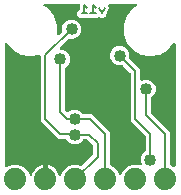
<source format=gbr>
G04 EAGLE Gerber RS-274X export*
G75*
%MOMM*%
%FSLAX34Y34*%
%LPD*%
%INBottom Copper*%
%IPPOS*%
%AMOC8*
5,1,8,0,0,1.08239X$1,22.5*%
G01*
%ADD10C,0.127000*%
%ADD11C,1.879600*%
%ADD12C,1.016000*%
%ADD13C,0.203200*%

G36*
X101715Y16218D02*
X101715Y16218D01*
X101828Y16228D01*
X101855Y16239D01*
X101884Y16243D01*
X101988Y16289D01*
X102093Y16330D01*
X102117Y16348D01*
X102144Y16360D01*
X102230Y16433D01*
X102320Y16502D01*
X102338Y16525D01*
X102360Y16544D01*
X102402Y16611D01*
X102490Y16729D01*
X102512Y16788D01*
X102538Y16829D01*
X103748Y19751D01*
X107249Y23252D01*
X111824Y25147D01*
X116776Y25147D01*
X118264Y24530D01*
X118292Y24523D01*
X118318Y24510D01*
X118430Y24488D01*
X118539Y24459D01*
X118569Y24460D01*
X118597Y24455D01*
X118710Y24464D01*
X118823Y24468D01*
X118851Y24476D01*
X118881Y24479D01*
X118986Y24520D01*
X119094Y24554D01*
X119119Y24570D01*
X119146Y24581D01*
X119236Y24649D01*
X119330Y24712D01*
X119349Y24735D01*
X119373Y24753D01*
X119441Y24843D01*
X119513Y24930D01*
X119525Y24957D01*
X119543Y24980D01*
X119583Y25086D01*
X119629Y25190D01*
X119633Y25219D01*
X119643Y25246D01*
X119652Y25359D01*
X119668Y25471D01*
X119664Y25500D01*
X119666Y25530D01*
X119648Y25606D01*
X119627Y25753D01*
X119601Y25810D01*
X119590Y25857D01*
X118871Y27593D01*
X118871Y30827D01*
X120109Y33815D01*
X122433Y36138D01*
X122553Y36210D01*
X122554Y36211D01*
X122556Y36212D01*
X122651Y36314D01*
X122748Y36416D01*
X122749Y36418D01*
X122750Y36419D01*
X122814Y36544D01*
X122879Y36669D01*
X122879Y36671D01*
X122880Y36672D01*
X122882Y36687D01*
X122934Y36948D01*
X122931Y36979D01*
X122935Y37003D01*
X122935Y48696D01*
X122923Y48782D01*
X122920Y48870D01*
X122903Y48922D01*
X122895Y48977D01*
X122860Y49057D01*
X122833Y49140D01*
X122805Y49180D01*
X122779Y49237D01*
X122683Y49350D01*
X122638Y49414D01*
X112914Y59138D01*
X112913Y59138D01*
X110235Y61816D01*
X110235Y102036D01*
X110223Y102122D01*
X110220Y102210D01*
X110203Y102262D01*
X110195Y102317D01*
X110160Y102397D01*
X110158Y102402D01*
X110150Y102434D01*
X110145Y102442D01*
X110133Y102480D01*
X110105Y102520D01*
X110079Y102577D01*
X110032Y102633D01*
X110004Y102679D01*
X109965Y102716D01*
X109938Y102754D01*
X103728Y108963D01*
X103727Y108964D01*
X103726Y108966D01*
X103614Y109049D01*
X103501Y109134D01*
X103500Y109135D01*
X103498Y109136D01*
X103368Y109185D01*
X103236Y109235D01*
X103234Y109235D01*
X103232Y109236D01*
X103090Y109247D01*
X102952Y109259D01*
X102951Y109259D01*
X102949Y109259D01*
X102933Y109255D01*
X102755Y109219D01*
X99475Y109219D01*
X96487Y110457D01*
X94201Y112743D01*
X92963Y115731D01*
X92963Y118965D01*
X94201Y121953D01*
X96487Y124239D01*
X99475Y125477D01*
X102709Y125477D01*
X105697Y124239D01*
X107983Y121953D01*
X109221Y118965D01*
X109221Y115678D01*
X109186Y115543D01*
X109186Y115541D01*
X109185Y115540D01*
X109190Y115401D01*
X109194Y115259D01*
X109194Y115257D01*
X109194Y115255D01*
X109237Y115124D01*
X109280Y114988D01*
X109281Y114987D01*
X109282Y114985D01*
X109291Y114972D01*
X109439Y114752D01*
X109462Y114732D01*
X109477Y114712D01*
X118365Y105824D01*
X118365Y97219D01*
X118381Y97105D01*
X118391Y96991D01*
X118401Y96965D01*
X118405Y96938D01*
X118452Y96833D01*
X118493Y96726D01*
X118509Y96704D01*
X118521Y96678D01*
X118595Y96591D01*
X118664Y96499D01*
X118687Y96482D01*
X118704Y96461D01*
X118800Y96398D01*
X118892Y96329D01*
X118918Y96319D01*
X118941Y96304D01*
X119051Y96269D01*
X119158Y96229D01*
X119186Y96226D01*
X119212Y96218D01*
X119327Y96215D01*
X119441Y96206D01*
X119466Y96211D01*
X119496Y96211D01*
X119753Y96278D01*
X119769Y96281D01*
X121573Y97029D01*
X124807Y97029D01*
X127795Y95791D01*
X130081Y93505D01*
X131319Y90517D01*
X131319Y87283D01*
X130081Y84295D01*
X127757Y81972D01*
X127637Y81900D01*
X127636Y81899D01*
X127634Y81898D01*
X127539Y81796D01*
X127442Y81694D01*
X127441Y81692D01*
X127440Y81691D01*
X127376Y81566D01*
X127311Y81441D01*
X127311Y81439D01*
X127310Y81438D01*
X127308Y81423D01*
X127256Y81162D01*
X127259Y81131D01*
X127255Y81107D01*
X127255Y69414D01*
X127267Y69328D01*
X127270Y69240D01*
X127287Y69188D01*
X127295Y69133D01*
X127330Y69053D01*
X127357Y68970D01*
X127385Y68930D01*
X127411Y68873D01*
X127507Y68760D01*
X127552Y68696D01*
X143765Y52484D01*
X143765Y25167D01*
X143765Y25165D01*
X143765Y25164D01*
X143785Y25025D01*
X143805Y24885D01*
X143805Y24884D01*
X143805Y24882D01*
X143865Y24750D01*
X143921Y24626D01*
X143922Y24625D01*
X143922Y24623D01*
X144016Y24513D01*
X144104Y24409D01*
X144106Y24408D01*
X144107Y24407D01*
X144120Y24399D01*
X144341Y24251D01*
X144370Y24242D01*
X144391Y24229D01*
X146931Y23177D01*
X147043Y23148D01*
X147152Y23114D01*
X147180Y23113D01*
X147207Y23106D01*
X147321Y23109D01*
X147436Y23106D01*
X147463Y23113D01*
X147491Y23114D01*
X147600Y23149D01*
X147711Y23178D01*
X147735Y23192D01*
X147762Y23201D01*
X147857Y23265D01*
X147956Y23323D01*
X147975Y23344D01*
X147998Y23359D01*
X148072Y23447D01*
X148150Y23531D01*
X148163Y23555D01*
X148181Y23577D01*
X148227Y23681D01*
X148280Y23784D01*
X148284Y23808D01*
X148296Y23836D01*
X148333Y24100D01*
X148335Y24115D01*
X148335Y127167D01*
X148325Y127240D01*
X148325Y127314D01*
X148305Y127380D01*
X148295Y127449D01*
X148265Y127516D01*
X148245Y127586D01*
X148208Y127645D01*
X148179Y127708D01*
X148132Y127764D01*
X148092Y127826D01*
X148040Y127872D01*
X147996Y127925D01*
X147934Y127966D01*
X147879Y128015D01*
X147817Y128044D01*
X147759Y128083D01*
X147689Y128105D01*
X147622Y128136D01*
X147554Y128148D01*
X147488Y128168D01*
X147414Y128170D01*
X147342Y128182D01*
X147273Y128174D01*
X147204Y128176D01*
X147133Y128157D01*
X147059Y128148D01*
X146996Y128121D01*
X146929Y128104D01*
X146865Y128066D01*
X146798Y128038D01*
X146753Y127999D01*
X146684Y127959D01*
X146600Y127869D01*
X146542Y127820D01*
X141756Y122115D01*
X134851Y118129D01*
X127000Y116745D01*
X119149Y118129D01*
X112245Y122115D01*
X107120Y128222D01*
X104393Y135714D01*
X104393Y143686D01*
X107120Y151178D01*
X112244Y157285D01*
X115459Y159141D01*
X115474Y159153D01*
X115492Y159161D01*
X115586Y159240D01*
X115683Y159316D01*
X115694Y159332D01*
X115709Y159345D01*
X115778Y159447D01*
X115849Y159546D01*
X115856Y159565D01*
X115867Y159581D01*
X115904Y159699D01*
X115946Y159814D01*
X115947Y159834D01*
X115953Y159852D01*
X115956Y159975D01*
X115964Y160098D01*
X115959Y160117D01*
X115960Y160136D01*
X115929Y160255D01*
X115902Y160375D01*
X115893Y160393D01*
X115888Y160411D01*
X115826Y160517D01*
X115767Y160625D01*
X115753Y160639D01*
X115743Y160656D01*
X115653Y160740D01*
X115567Y160827D01*
X115550Y160837D01*
X115536Y160850D01*
X115426Y160906D01*
X115319Y160966D01*
X115300Y160971D01*
X115282Y160980D01*
X115210Y160992D01*
X115042Y161031D01*
X114991Y161029D01*
X114951Y161035D01*
X92415Y161035D01*
X92337Y161024D01*
X92258Y161023D01*
X92197Y161004D01*
X92134Y160995D01*
X92061Y160963D01*
X91986Y160940D01*
X91932Y160905D01*
X91874Y160879D01*
X91814Y160828D01*
X91748Y160785D01*
X91706Y160737D01*
X91657Y160696D01*
X91613Y160630D01*
X91562Y160570D01*
X91535Y160512D01*
X91500Y160459D01*
X91476Y160383D01*
X91443Y160312D01*
X91433Y160249D01*
X91414Y160188D01*
X91412Y160109D01*
X91400Y160031D01*
X91408Y159976D01*
X91407Y159904D01*
X91440Y159776D01*
X91452Y159699D01*
X92242Y157328D01*
X89421Y151686D01*
X89395Y151607D01*
X89366Y151553D01*
X88988Y150419D01*
X88896Y150351D01*
X88791Y150279D01*
X88782Y150267D01*
X88769Y150258D01*
X88728Y150202D01*
X88611Y150059D01*
X88597Y150025D01*
X87459Y149646D01*
X87384Y149609D01*
X87326Y149591D01*
X86257Y149056D01*
X86143Y149073D01*
X86018Y149096D01*
X86003Y149095D01*
X85988Y149097D01*
X85920Y149086D01*
X85736Y149068D01*
X85701Y149054D01*
X84628Y149591D01*
X84549Y149617D01*
X84495Y149646D01*
X83670Y149921D01*
X83564Y149941D01*
X83459Y149967D01*
X83425Y149966D01*
X83390Y149972D01*
X83283Y149962D01*
X83175Y149958D01*
X83142Y149947D01*
X83108Y149944D01*
X83007Y149904D01*
X82904Y149871D01*
X82879Y149853D01*
X82844Y149838D01*
X82674Y149706D01*
X82631Y149676D01*
X82307Y149351D01*
X67195Y149351D01*
X65037Y151509D01*
X65037Y154561D01*
X67028Y156551D01*
X67080Y156621D01*
X67140Y156685D01*
X67165Y156735D01*
X67199Y156779D01*
X67230Y156860D01*
X67270Y156938D01*
X67277Y156986D01*
X67300Y157044D01*
X67312Y157192D01*
X67325Y157269D01*
X67325Y160020D01*
X67317Y160078D01*
X67318Y160136D01*
X67297Y160218D01*
X67285Y160302D01*
X67261Y160355D01*
X67247Y160411D01*
X67203Y160484D01*
X67169Y160561D01*
X67131Y160606D01*
X67101Y160656D01*
X67040Y160714D01*
X66985Y160778D01*
X66937Y160810D01*
X66894Y160850D01*
X66819Y160889D01*
X66749Y160936D01*
X66693Y160953D01*
X66641Y160980D01*
X66573Y160991D01*
X66478Y161021D01*
X66378Y161024D01*
X66310Y161035D01*
X37449Y161035D01*
X37429Y161033D01*
X37410Y161035D01*
X37289Y161013D01*
X37167Y160995D01*
X37149Y160987D01*
X37130Y160984D01*
X37020Y160929D01*
X36908Y160879D01*
X36893Y160867D01*
X36875Y160858D01*
X36784Y160775D01*
X36691Y160696D01*
X36680Y160679D01*
X36665Y160666D01*
X36601Y160561D01*
X36533Y160459D01*
X36527Y160440D01*
X36517Y160424D01*
X36484Y160305D01*
X36447Y160188D01*
X36447Y160168D01*
X36442Y160149D01*
X36443Y160027D01*
X36440Y159904D01*
X36445Y159885D01*
X36445Y159865D01*
X36481Y159747D01*
X36512Y159629D01*
X36522Y159612D01*
X36528Y159593D01*
X36594Y159490D01*
X36657Y159384D01*
X36671Y159371D01*
X36682Y159354D01*
X36739Y159308D01*
X36864Y159190D01*
X36910Y159166D01*
X36941Y159141D01*
X40156Y157285D01*
X45280Y151178D01*
X48007Y143686D01*
X48007Y135708D01*
X48011Y135679D01*
X48008Y135650D01*
X48031Y135539D01*
X48047Y135427D01*
X48059Y135400D01*
X48064Y135371D01*
X48116Y135271D01*
X48163Y135167D01*
X48182Y135145D01*
X48195Y135119D01*
X48273Y135037D01*
X48346Y134950D01*
X48371Y134934D01*
X48391Y134913D01*
X48489Y134855D01*
X48583Y134793D01*
X48611Y134784D01*
X48636Y134769D01*
X48746Y134741D01*
X48854Y134707D01*
X48884Y134706D01*
X48912Y134699D01*
X49025Y134702D01*
X49138Y134700D01*
X49167Y134707D01*
X49196Y134708D01*
X49304Y134743D01*
X49413Y134771D01*
X49439Y134786D01*
X49467Y134795D01*
X49530Y134841D01*
X49658Y134917D01*
X49701Y134962D01*
X49740Y134990D01*
X51813Y137064D01*
X51814Y137065D01*
X51816Y137066D01*
X51903Y137182D01*
X51984Y137291D01*
X51985Y137292D01*
X51986Y137294D01*
X52035Y137425D01*
X52085Y137556D01*
X52085Y137558D01*
X52086Y137560D01*
X52097Y137702D01*
X52109Y137840D01*
X52109Y137841D01*
X52109Y137843D01*
X52105Y137859D01*
X52069Y138037D01*
X52069Y141317D01*
X53307Y144305D01*
X55593Y146591D01*
X58581Y147829D01*
X61815Y147829D01*
X64803Y146591D01*
X67089Y144305D01*
X68327Y141317D01*
X68327Y138083D01*
X67089Y135095D01*
X64803Y132809D01*
X61815Y131571D01*
X58528Y131571D01*
X58393Y131606D01*
X58391Y131606D01*
X58390Y131607D01*
X58251Y131602D01*
X58109Y131598D01*
X58107Y131598D01*
X58105Y131598D01*
X57974Y131555D01*
X57838Y131512D01*
X57837Y131511D01*
X57835Y131510D01*
X57822Y131501D01*
X57602Y131353D01*
X57582Y131330D01*
X57562Y131315D01*
X50408Y124162D01*
X50391Y124138D01*
X50368Y124119D01*
X50305Y124025D01*
X50237Y123935D01*
X50227Y123907D01*
X50211Y123883D01*
X50176Y123775D01*
X50136Y123669D01*
X50134Y123640D01*
X50125Y123612D01*
X50122Y123498D01*
X50113Y123386D01*
X50118Y123357D01*
X50118Y123328D01*
X50146Y123218D01*
X50168Y123107D01*
X50182Y123081D01*
X50189Y123053D01*
X50247Y122955D01*
X50299Y122855D01*
X50320Y122833D01*
X50335Y122808D01*
X50417Y122731D01*
X50495Y122649D01*
X50521Y122634D01*
X50542Y122614D01*
X50643Y122562D01*
X50741Y122505D01*
X50769Y122498D01*
X50795Y122484D01*
X50872Y122471D01*
X51016Y122435D01*
X51079Y122437D01*
X51126Y122429D01*
X52417Y122429D01*
X55405Y121191D01*
X57691Y118905D01*
X58929Y115917D01*
X58929Y112683D01*
X57691Y109695D01*
X55367Y107372D01*
X55247Y107300D01*
X55246Y107299D01*
X55244Y107298D01*
X55149Y107196D01*
X55052Y107094D01*
X55051Y107092D01*
X55050Y107091D01*
X54984Y106962D01*
X54921Y106841D01*
X54921Y106839D01*
X54920Y106838D01*
X54918Y106823D01*
X54866Y106562D01*
X54869Y106531D01*
X54865Y106507D01*
X54865Y71446D01*
X54877Y71360D01*
X54880Y71272D01*
X54897Y71220D01*
X54905Y71165D01*
X54940Y71085D01*
X54967Y71002D01*
X54995Y70962D01*
X55021Y70905D01*
X55117Y70792D01*
X55162Y70728D01*
X56225Y69665D01*
X56272Y69630D01*
X56312Y69587D01*
X56385Y69545D01*
X56453Y69494D01*
X56507Y69473D01*
X56558Y69444D01*
X56640Y69423D01*
X56718Y69393D01*
X56777Y69388D01*
X56833Y69374D01*
X56918Y69376D01*
X57002Y69369D01*
X57059Y69381D01*
X57117Y69383D01*
X57198Y69409D01*
X57280Y69425D01*
X57332Y69452D01*
X57388Y69470D01*
X57444Y69510D01*
X57533Y69556D01*
X57605Y69625D01*
X57661Y69665D01*
X58387Y70391D01*
X61375Y71629D01*
X64609Y71629D01*
X67597Y70391D01*
X69920Y68067D01*
X69992Y67947D01*
X69993Y67946D01*
X69994Y67944D01*
X70096Y67849D01*
X70198Y67752D01*
X70200Y67751D01*
X70201Y67750D01*
X70326Y67686D01*
X70451Y67621D01*
X70453Y67621D01*
X70454Y67620D01*
X70469Y67618D01*
X70730Y67566D01*
X70761Y67569D01*
X70785Y67565D01*
X77884Y67565D01*
X80562Y64886D01*
X92965Y52484D01*
X92965Y25167D01*
X92965Y25165D01*
X92965Y25164D01*
X92985Y25025D01*
X93005Y24885D01*
X93005Y24884D01*
X93005Y24882D01*
X93065Y24750D01*
X93121Y24626D01*
X93122Y24625D01*
X93123Y24623D01*
X93214Y24516D01*
X93304Y24409D01*
X93306Y24408D01*
X93307Y24407D01*
X93320Y24399D01*
X93541Y24251D01*
X93570Y24242D01*
X93591Y24229D01*
X95951Y23252D01*
X99452Y19751D01*
X100662Y16829D01*
X100677Y16804D01*
X100686Y16776D01*
X100749Y16681D01*
X100807Y16584D01*
X100828Y16564D01*
X100844Y16539D01*
X100931Y16467D01*
X101013Y16389D01*
X101039Y16375D01*
X101062Y16357D01*
X101165Y16311D01*
X101266Y16259D01*
X101295Y16253D01*
X101322Y16241D01*
X101434Y16225D01*
X101545Y16204D01*
X101574Y16206D01*
X101603Y16202D01*
X101715Y16218D01*
G37*
G36*
X39174Y12709D02*
X39174Y12709D01*
X39232Y12708D01*
X39314Y12729D01*
X39397Y12741D01*
X39451Y12765D01*
X39507Y12779D01*
X39580Y12822D01*
X39657Y12857D01*
X39702Y12895D01*
X39752Y12925D01*
X39810Y12986D01*
X39874Y13041D01*
X39906Y13089D01*
X39946Y13132D01*
X39985Y13207D01*
X40031Y13277D01*
X40049Y13333D01*
X40076Y13385D01*
X40087Y13453D01*
X40117Y13548D01*
X40120Y13648D01*
X40131Y13716D01*
X40131Y24466D01*
X40896Y24345D01*
X42683Y23764D01*
X44357Y22911D01*
X45878Y21806D01*
X47206Y20478D01*
X48311Y18957D01*
X49164Y17283D01*
X49528Y16163D01*
X49558Y16101D01*
X49579Y16035D01*
X49620Y15974D01*
X49653Y15908D01*
X49699Y15857D01*
X49738Y15799D01*
X49794Y15752D01*
X49843Y15697D01*
X49902Y15661D01*
X49955Y15616D01*
X50022Y15586D01*
X50085Y15547D01*
X50152Y15529D01*
X50215Y15501D01*
X50288Y15491D01*
X50359Y15471D01*
X50428Y15471D01*
X50497Y15462D01*
X50569Y15472D01*
X50643Y15473D01*
X50710Y15493D01*
X50778Y15502D01*
X50845Y15533D01*
X50916Y15554D01*
X50974Y15591D01*
X51037Y15620D01*
X51093Y15667D01*
X51155Y15707D01*
X51201Y15759D01*
X51253Y15804D01*
X51286Y15857D01*
X51343Y15921D01*
X51392Y16025D01*
X51431Y16089D01*
X52948Y19751D01*
X56449Y23252D01*
X61024Y25147D01*
X65976Y25147D01*
X68335Y24170D01*
X68336Y24169D01*
X68338Y24168D01*
X68472Y24134D01*
X68610Y24099D01*
X68612Y24099D01*
X68613Y24098D01*
X68754Y24103D01*
X68894Y24107D01*
X68896Y24107D01*
X68897Y24107D01*
X69030Y24150D01*
X69165Y24193D01*
X69166Y24194D01*
X69168Y24195D01*
X69180Y24203D01*
X69401Y24352D01*
X69421Y24375D01*
X69441Y24390D01*
X78188Y33136D01*
X78240Y33206D01*
X78300Y33270D01*
X78326Y33319D01*
X78359Y33364D01*
X78390Y33445D01*
X78430Y33523D01*
X78438Y33571D01*
X78460Y33629D01*
X78472Y33777D01*
X78485Y33854D01*
X78485Y41076D01*
X78473Y41162D01*
X78470Y41250D01*
X78453Y41302D01*
X78445Y41357D01*
X78410Y41437D01*
X78383Y41520D01*
X78355Y41560D01*
X78329Y41617D01*
X78233Y41730D01*
X78210Y41762D01*
X78209Y41764D01*
X78188Y41794D01*
X73798Y46184D01*
X73728Y46236D01*
X73664Y46296D01*
X73615Y46322D01*
X73570Y46355D01*
X73489Y46386D01*
X73411Y46426D01*
X73363Y46434D01*
X73305Y46456D01*
X73157Y46468D01*
X73080Y46481D01*
X70658Y46481D01*
X70657Y46481D01*
X70655Y46481D01*
X70516Y46461D01*
X70377Y46441D01*
X70375Y46441D01*
X70374Y46441D01*
X70247Y46383D01*
X70117Y46325D01*
X70116Y46324D01*
X70115Y46323D01*
X70006Y46231D01*
X69900Y46142D01*
X69899Y46140D01*
X69898Y46139D01*
X69890Y46126D01*
X69788Y45974D01*
X67470Y43655D01*
X64482Y42417D01*
X61248Y42417D01*
X58260Y43655D01*
X55974Y45941D01*
X55905Y46109D01*
X55904Y46110D01*
X55903Y46111D01*
X55832Y46232D01*
X55760Y46353D01*
X55759Y46354D01*
X55758Y46356D01*
X55654Y46453D01*
X55553Y46549D01*
X55552Y46549D01*
X55551Y46550D01*
X55425Y46615D01*
X55301Y46679D01*
X55299Y46679D01*
X55298Y46680D01*
X55283Y46682D01*
X55022Y46734D01*
X54991Y46731D01*
X54967Y46735D01*
X49116Y46735D01*
X34035Y61816D01*
X34035Y117057D01*
X34035Y117061D01*
X34035Y117066D01*
X34015Y117203D01*
X33995Y117339D01*
X33994Y117343D01*
X33993Y117347D01*
X33935Y117473D01*
X33879Y117598D01*
X33876Y117601D01*
X33875Y117605D01*
X33784Y117711D01*
X33696Y117815D01*
X33692Y117817D01*
X33689Y117821D01*
X33575Y117895D01*
X33459Y117973D01*
X33455Y117974D01*
X33451Y117976D01*
X33321Y118016D01*
X33188Y118059D01*
X33184Y118059D01*
X33179Y118060D01*
X33145Y118060D01*
X32904Y118066D01*
X32871Y118057D01*
X32844Y118057D01*
X25400Y116745D01*
X17549Y118129D01*
X10645Y122115D01*
X5858Y127820D01*
X5803Y127869D01*
X5755Y127925D01*
X5698Y127964D01*
X5646Y128010D01*
X5580Y128042D01*
X5519Y128083D01*
X5453Y128104D01*
X5390Y128134D01*
X5318Y128146D01*
X5248Y128168D01*
X5179Y128170D01*
X5110Y128182D01*
X5037Y128174D01*
X4964Y128176D01*
X4897Y128158D01*
X4828Y128151D01*
X4760Y128123D01*
X4689Y128104D01*
X4629Y128069D01*
X4565Y128042D01*
X4507Y127996D01*
X4444Y127959D01*
X4397Y127908D01*
X4343Y127865D01*
X4300Y127805D01*
X4250Y127751D01*
X4218Y127690D01*
X4178Y127633D01*
X4154Y127564D01*
X4120Y127498D01*
X4110Y127440D01*
X4084Y127365D01*
X4077Y127243D01*
X4065Y127167D01*
X4065Y24115D01*
X4081Y24001D01*
X4091Y23887D01*
X4101Y23861D01*
X4105Y23833D01*
X4152Y23728D01*
X4193Y23621D01*
X4209Y23599D01*
X4221Y23574D01*
X4295Y23486D01*
X4364Y23395D01*
X4387Y23378D01*
X4404Y23357D01*
X4500Y23293D01*
X4592Y23224D01*
X4618Y23215D01*
X4641Y23199D01*
X4751Y23165D01*
X4858Y23124D01*
X4886Y23122D01*
X4912Y23114D01*
X5027Y23111D01*
X5141Y23101D01*
X5166Y23107D01*
X5196Y23106D01*
X5453Y23173D01*
X5469Y23177D01*
X10224Y25147D01*
X15176Y25147D01*
X19751Y23252D01*
X23252Y19751D01*
X24769Y16089D01*
X24804Y16029D01*
X24830Y15965D01*
X24876Y15907D01*
X24913Y15844D01*
X24963Y15796D01*
X25006Y15742D01*
X25066Y15699D01*
X25120Y15649D01*
X25181Y15617D01*
X25238Y15577D01*
X25307Y15552D01*
X25373Y15518D01*
X25440Y15505D01*
X25506Y15482D01*
X25579Y15478D01*
X25652Y15463D01*
X25720Y15469D01*
X25789Y15465D01*
X25861Y15481D01*
X25935Y15488D01*
X25999Y15513D01*
X26067Y15528D01*
X26131Y15563D01*
X26200Y15590D01*
X26255Y15631D01*
X26316Y15665D01*
X26368Y15717D01*
X26427Y15761D01*
X26468Y15817D01*
X26517Y15866D01*
X26546Y15921D01*
X26597Y15989D01*
X26638Y16097D01*
X26672Y16163D01*
X27036Y17283D01*
X27889Y18957D01*
X28994Y20478D01*
X30322Y21806D01*
X31843Y22911D01*
X33517Y23764D01*
X35304Y24345D01*
X36069Y24466D01*
X36069Y13716D01*
X36077Y13658D01*
X36075Y13600D01*
X36097Y13518D01*
X36109Y13435D01*
X36133Y13381D01*
X36147Y13325D01*
X36190Y13252D01*
X36225Y13175D01*
X36263Y13131D01*
X36293Y13080D01*
X36354Y13023D01*
X36409Y12958D01*
X36457Y12926D01*
X36500Y12886D01*
X36575Y12847D01*
X36645Y12801D01*
X36701Y12783D01*
X36753Y12756D01*
X36821Y12745D01*
X36916Y12715D01*
X37016Y12712D01*
X37084Y12701D01*
X39116Y12701D01*
X39174Y12709D01*
G37*
D10*
X88265Y157611D02*
X85977Y153035D01*
X83689Y157611D01*
X80781Y157611D02*
X78493Y159899D01*
X78493Y153035D01*
X80781Y153035D02*
X76205Y153035D01*
X73297Y157611D02*
X71009Y159899D01*
X71009Y153035D01*
X73297Y153035D02*
X68721Y153035D01*
D11*
X12700Y12700D03*
X38100Y12700D03*
X63500Y12700D03*
X88900Y12700D03*
X114300Y12700D03*
X139700Y12700D03*
D12*
X13970Y67310D03*
X10287Y115824D03*
X109855Y29845D03*
X77343Y89281D03*
X142240Y63500D03*
X91694Y140081D03*
X63119Y76835D03*
X72898Y38227D03*
X127000Y29210D03*
D13*
X127000Y50800D01*
X114300Y63500D01*
D12*
X101092Y117348D03*
D13*
X114300Y104140D02*
X114300Y63500D01*
X114300Y104140D02*
X101092Y117348D01*
D12*
X50800Y114300D03*
X62992Y63500D03*
D13*
X88900Y50800D02*
X88900Y12700D01*
X88900Y50800D02*
X76200Y63500D01*
X62992Y63500D02*
X56642Y63500D01*
X50800Y69342D01*
X50800Y114300D01*
X62992Y63500D02*
X76200Y63500D01*
D12*
X60198Y139700D03*
X62865Y50546D03*
D13*
X50800Y50800D02*
X38100Y63500D01*
X38100Y117602D01*
X60198Y139700D01*
X62611Y50800D02*
X50800Y50800D01*
X62611Y50800D02*
X62865Y50546D01*
X75184Y50546D01*
X82550Y43180D01*
X82550Y31750D01*
X63500Y12700D01*
X139700Y12700D02*
X139700Y50800D01*
X123190Y67310D01*
D12*
X123190Y88900D03*
D13*
X123190Y67310D01*
M02*

</source>
